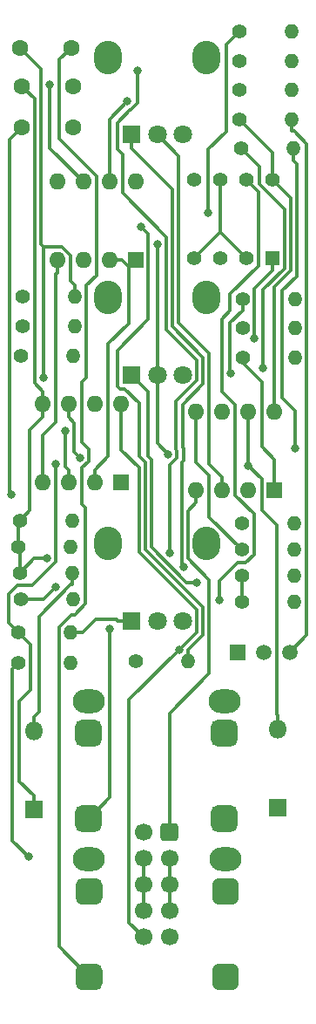
<source format=gbr>
G04 #@! TF.GenerationSoftware,KiCad,Pcbnew,(5.1.10-1-10_14)*
G04 #@! TF.CreationDate,2021-09-13T20:12:19+02:00*
G04 #@! TF.ProjectId,Ring_fold_main,52696e67-5f66-46f6-9c64-5f6d61696e2e,rev?*
G04 #@! TF.SameCoordinates,Original*
G04 #@! TF.FileFunction,Copper,L1,Top*
G04 #@! TF.FilePolarity,Positive*
%FSLAX46Y46*%
G04 Gerber Fmt 4.6, Leading zero omitted, Abs format (unit mm)*
G04 Created by KiCad (PCBNEW (5.1.10-1-10_14)) date 2021-09-13 20:12:19*
%MOMM*%
%LPD*%
G01*
G04 APERTURE LIST*
G04 #@! TA.AperFunction,ComponentPad*
%ADD10O,1.400000X1.400000*%
G04 #@! TD*
G04 #@! TA.AperFunction,ComponentPad*
%ADD11C,1.400000*%
G04 #@! TD*
G04 #@! TA.AperFunction,ComponentPad*
%ADD12O,1.800000X1.800000*%
G04 #@! TD*
G04 #@! TA.AperFunction,ComponentPad*
%ADD13R,1.800000X1.800000*%
G04 #@! TD*
G04 #@! TA.AperFunction,ComponentPad*
%ADD14R,1.500000X1.500000*%
G04 #@! TD*
G04 #@! TA.AperFunction,ComponentPad*
%ADD15C,1.500000*%
G04 #@! TD*
G04 #@! TA.AperFunction,ComponentPad*
%ADD16O,1.600000X1.600000*%
G04 #@! TD*
G04 #@! TA.AperFunction,ComponentPad*
%ADD17R,1.600000X1.600000*%
G04 #@! TD*
G04 #@! TA.AperFunction,ComponentPad*
%ADD18O,2.720000X3.240000*%
G04 #@! TD*
G04 #@! TA.AperFunction,ComponentPad*
%ADD19C,1.800000*%
G04 #@! TD*
G04 #@! TA.AperFunction,ComponentPad*
%ADD20O,3.100000X2.300000*%
G04 #@! TD*
G04 #@! TA.AperFunction,ComponentPad*
%ADD21C,1.700000*%
G04 #@! TD*
G04 #@! TA.AperFunction,ComponentPad*
%ADD22C,1.397000*%
G04 #@! TD*
G04 #@! TA.AperFunction,ComponentPad*
%ADD23R,1.397000X1.397000*%
G04 #@! TD*
G04 #@! TA.AperFunction,ComponentPad*
%ADD24C,1.600000*%
G04 #@! TD*
G04 #@! TA.AperFunction,ViaPad*
%ADD25C,0.800000*%
G04 #@! TD*
G04 #@! TA.AperFunction,Conductor*
%ADD26C,0.300000*%
G04 #@! TD*
G04 APERTURE END LIST*
D10*
X85725000Y-112141000D03*
D11*
X80645000Y-112141000D03*
D10*
X107188000Y-112422000D03*
D11*
X102108000Y-112422000D03*
D10*
X85471000Y-118300000D03*
D11*
X80391000Y-118300000D03*
D10*
X106934000Y-65547900D03*
D11*
X101854000Y-65547900D03*
D10*
X107124000Y-68389500D03*
D11*
X102044000Y-68389500D03*
D10*
X85471000Y-115380000D03*
D11*
X80391000Y-115380000D03*
D10*
X96901000Y-118174000D03*
D11*
X91821000Y-118174000D03*
D10*
X85598000Y-104494000D03*
D11*
X80518000Y-104494000D03*
D10*
X85598000Y-109592000D03*
D11*
X80518000Y-109592000D03*
D10*
X85852000Y-82804000D03*
D11*
X80772000Y-82804000D03*
D10*
X85725000Y-88519000D03*
D11*
X80645000Y-88519000D03*
D10*
X107252000Y-82994500D03*
D11*
X102172000Y-82994500D03*
D10*
X106934000Y-62706200D03*
D11*
X101854000Y-62706200D03*
D10*
X107188000Y-107324000D03*
D11*
X102108000Y-107324000D03*
D10*
X106934000Y-59864600D03*
D11*
X101854000Y-59864600D03*
D10*
X85407500Y-107043000D03*
D11*
X80327500Y-107043000D03*
D10*
X107188000Y-104775000D03*
D11*
X102108000Y-104775000D03*
D10*
X107252000Y-85852000D03*
D11*
X102172000Y-85852000D03*
D10*
X106934000Y-57023000D03*
D11*
X101854000Y-57023000D03*
D10*
X107188000Y-109873000D03*
D11*
X102108000Y-109873000D03*
D10*
X85852000Y-85661500D03*
D11*
X80772000Y-85661500D03*
D10*
X107252000Y-88709500D03*
D11*
X102172000Y-88709500D03*
D12*
X105600000Y-124778000D03*
D13*
X105600000Y-132398000D03*
D12*
X81851500Y-124968000D03*
D13*
X81851500Y-132588000D03*
D14*
X101664000Y-117284000D03*
D15*
X106744000Y-117284000D03*
X104204000Y-117284000D03*
D16*
X105283000Y-93916000D03*
X97663000Y-101536000D03*
X102743000Y-93916000D03*
X100203000Y-101536000D03*
X100203000Y-93916000D03*
X102743000Y-101536000D03*
X97663000Y-93916000D03*
D17*
X105283000Y-101536000D03*
D16*
X90360500Y-93218000D03*
X82740500Y-100838000D03*
X87820500Y-93218000D03*
X85280500Y-100838000D03*
X85280500Y-93218000D03*
X87820500Y-100838000D03*
X82740500Y-93218000D03*
D17*
X90360500Y-100838000D03*
D16*
X91757500Y-71628000D03*
X84137500Y-79248000D03*
X89217500Y-71628000D03*
X86677500Y-79248000D03*
X86677500Y-71628000D03*
X89217500Y-79248000D03*
X84137500Y-71628000D03*
D17*
X91757500Y-79248000D03*
D18*
X89076500Y-59556000D03*
X98676500Y-59556000D03*
D19*
X96376500Y-67056000D03*
X93876500Y-67056000D03*
D13*
X91376500Y-67056000D03*
D18*
X89076500Y-82860500D03*
X98676500Y-82860500D03*
D19*
X96376500Y-90360500D03*
X93876500Y-90360500D03*
D13*
X91376500Y-90360500D03*
D18*
X89076500Y-106736000D03*
X98676500Y-106736000D03*
D19*
X96376500Y-114236000D03*
X93876500Y-114236000D03*
D13*
X91376500Y-114236000D03*
G04 #@! TA.AperFunction,ComponentPad*
G36*
G01*
X101820000Y-148161000D02*
X101820000Y-149461000D01*
G75*
G02*
X101170000Y-150111000I-650000J0D01*
G01*
X99870000Y-150111000D01*
G75*
G02*
X99220000Y-149461000I0J650000D01*
G01*
X99220000Y-148161000D01*
G75*
G02*
X99870000Y-147511000I650000J0D01*
G01*
X101170000Y-147511000D01*
G75*
G02*
X101820000Y-148161000I0J-650000D01*
G01*
G37*
G04 #@! TD.AperFunction*
D20*
X100520000Y-137411000D03*
G04 #@! TA.AperFunction,ComponentPad*
G36*
G01*
X101820000Y-139861000D02*
X101820000Y-141161000D01*
G75*
G02*
X101170000Y-141811000I-650000J0D01*
G01*
X99870000Y-141811000D01*
G75*
G02*
X99220000Y-141161000I0J650000D01*
G01*
X99220000Y-139861000D01*
G75*
G02*
X99870000Y-139211000I650000J0D01*
G01*
X101170000Y-139211000D01*
G75*
G02*
X101820000Y-139861000I0J-650000D01*
G01*
G37*
G04 #@! TD.AperFunction*
G04 #@! TA.AperFunction,ComponentPad*
G36*
G01*
X101694000Y-132794000D02*
X101694000Y-134094000D01*
G75*
G02*
X101044000Y-134744000I-650000J0D01*
G01*
X99744000Y-134744000D01*
G75*
G02*
X99094000Y-134094000I0J650000D01*
G01*
X99094000Y-132794000D01*
G75*
G02*
X99744000Y-132144000I650000J0D01*
G01*
X101044000Y-132144000D01*
G75*
G02*
X101694000Y-132794000I0J-650000D01*
G01*
G37*
G04 #@! TD.AperFunction*
X100394000Y-122044000D03*
G04 #@! TA.AperFunction,ComponentPad*
G36*
G01*
X101694000Y-124494000D02*
X101694000Y-125794000D01*
G75*
G02*
X101044000Y-126444000I-650000J0D01*
G01*
X99744000Y-126444000D01*
G75*
G02*
X99094000Y-125794000I0J650000D01*
G01*
X99094000Y-124494000D01*
G75*
G02*
X99744000Y-123844000I650000J0D01*
G01*
X101044000Y-123844000D01*
G75*
G02*
X101694000Y-124494000I0J-650000D01*
G01*
G37*
G04 #@! TD.AperFunction*
D21*
X92519500Y-144907000D03*
X92519500Y-142367000D03*
X92519500Y-139827000D03*
X92519500Y-137287000D03*
X92519500Y-134747000D03*
X95059500Y-144907000D03*
X95059500Y-142367000D03*
X95059500Y-139827000D03*
X95059500Y-137287000D03*
G04 #@! TA.AperFunction,ComponentPad*
G36*
G01*
X95909500Y-134147000D02*
X95909500Y-135347000D01*
G75*
G02*
X95659500Y-135597000I-250000J0D01*
G01*
X94459500Y-135597000D01*
G75*
G02*
X94209500Y-135347000I0J250000D01*
G01*
X94209500Y-134147000D01*
G75*
G02*
X94459500Y-133897000I250000J0D01*
G01*
X95659500Y-133897000D01*
G75*
G02*
X95909500Y-134147000I0J-250000D01*
G01*
G37*
G04 #@! TD.AperFunction*
G04 #@! TA.AperFunction,ComponentPad*
G36*
G01*
X88549000Y-148161000D02*
X88549000Y-149461000D01*
G75*
G02*
X87899000Y-150111000I-650000J0D01*
G01*
X86599000Y-150111000D01*
G75*
G02*
X85949000Y-149461000I0J650000D01*
G01*
X85949000Y-148161000D01*
G75*
G02*
X86599000Y-147511000I650000J0D01*
G01*
X87899000Y-147511000D01*
G75*
G02*
X88549000Y-148161000I0J-650000D01*
G01*
G37*
G04 #@! TD.AperFunction*
D20*
X87249000Y-137411000D03*
G04 #@! TA.AperFunction,ComponentPad*
G36*
G01*
X88549000Y-139861000D02*
X88549000Y-141161000D01*
G75*
G02*
X87899000Y-141811000I-650000J0D01*
G01*
X86599000Y-141811000D01*
G75*
G02*
X85949000Y-141161000I0J650000D01*
G01*
X85949000Y-139861000D01*
G75*
G02*
X86599000Y-139211000I650000J0D01*
G01*
X87899000Y-139211000D01*
G75*
G02*
X88549000Y-139861000I0J-650000D01*
G01*
G37*
G04 #@! TD.AperFunction*
D22*
X105092000Y-71437500D03*
X102552000Y-71437500D03*
X100012000Y-71437500D03*
X97472000Y-71437500D03*
X97472000Y-79057500D03*
X100012000Y-79057500D03*
X102552000Y-79057500D03*
D23*
X105092000Y-79057500D03*
G04 #@! TA.AperFunction,ComponentPad*
G36*
G01*
X88485500Y-132794000D02*
X88485500Y-134094000D01*
G75*
G02*
X87835500Y-134744000I-650000J0D01*
G01*
X86535500Y-134744000D01*
G75*
G02*
X85885500Y-134094000I0J650000D01*
G01*
X85885500Y-132794000D01*
G75*
G02*
X86535500Y-132144000I650000J0D01*
G01*
X87835500Y-132144000D01*
G75*
G02*
X88485500Y-132794000I0J-650000D01*
G01*
G37*
G04 #@! TD.AperFunction*
D20*
X87185500Y-122044000D03*
G04 #@! TA.AperFunction,ComponentPad*
G36*
G01*
X88485500Y-124494000D02*
X88485500Y-125794000D01*
G75*
G02*
X87835500Y-126444000I-650000J0D01*
G01*
X86535500Y-126444000D01*
G75*
G02*
X85885500Y-125794000I0J650000D01*
G01*
X85885500Y-124494000D01*
G75*
G02*
X86535500Y-123844000I650000J0D01*
G01*
X87835500Y-123844000D01*
G75*
G02*
X88485500Y-124494000I0J-650000D01*
G01*
G37*
G04 #@! TD.AperFunction*
D24*
X85678500Y-66371500D03*
X80678500Y-66371500D03*
X85678500Y-62321500D03*
X80678500Y-62321500D03*
X85518000Y-58610500D03*
X80518000Y-58610500D03*
D25*
X82842900Y-90601200D03*
X83123100Y-108180700D03*
X92322200Y-76017600D03*
X79721400Y-101981400D03*
X89229100Y-115006700D03*
X95128900Y-107682500D03*
X91997400Y-60827000D03*
X104172600Y-89748900D03*
X84030000Y-99008900D03*
X102752900Y-99192100D03*
X96020900Y-117053600D03*
X99945500Y-112257800D03*
X103285000Y-86846600D03*
X81380800Y-137145700D03*
X107280100Y-97506500D03*
X97760700Y-110496400D03*
X94964200Y-98067400D03*
X98863100Y-74598900D03*
X93876500Y-77722200D03*
X83448300Y-62179600D03*
X86351200Y-98391700D03*
X90968100Y-63833400D03*
X101034400Y-90243400D03*
X84965400Y-95830400D03*
X84012100Y-110964600D03*
X96489900Y-109043500D03*
D26*
X87249000Y-148811000D02*
X84318500Y-145880500D01*
X84318500Y-145880500D02*
X84318500Y-114835000D01*
X84318500Y-114835000D02*
X85517900Y-113635600D01*
X85517900Y-113635600D02*
X85857300Y-113635600D01*
X85857300Y-113635600D02*
X86923900Y-112569000D01*
X86923900Y-112569000D02*
X86923900Y-103251700D01*
X86923900Y-103251700D02*
X86562700Y-102890500D01*
X86562700Y-102890500D02*
X86562700Y-99382700D01*
X86562700Y-99382700D02*
X87201500Y-98743900D01*
X87201500Y-98743900D02*
X87201500Y-97545600D01*
X87201500Y-97545600D02*
X86538300Y-96882400D01*
X86538300Y-96882400D02*
X86538300Y-91089100D01*
X86538300Y-91089100D02*
X87002400Y-90625000D01*
X87002400Y-90625000D02*
X87002400Y-81703200D01*
X87002400Y-81703200D02*
X87947500Y-80758100D01*
X87947500Y-80758100D02*
X87947500Y-71062900D01*
X87947500Y-71062900D02*
X84359100Y-67474500D01*
X84359100Y-67474500D02*
X84359100Y-59769400D01*
X84359100Y-59769400D02*
X85518000Y-58610500D01*
X82842900Y-77950600D02*
X82842900Y-90601200D01*
X82842900Y-77950600D02*
X84614400Y-77950600D01*
X84614400Y-77950600D02*
X85427100Y-78763300D01*
X85427100Y-78763300D02*
X85427100Y-81228800D01*
X85427100Y-81228800D02*
X85852000Y-81653700D01*
X80518000Y-58610500D02*
X82537500Y-60630000D01*
X82537500Y-60630000D02*
X82537500Y-77645200D01*
X82537500Y-77645200D02*
X82842900Y-77950600D01*
X85852000Y-82804000D02*
X85852000Y-81653700D01*
X82740500Y-93218000D02*
X82740500Y-91967700D01*
X80678500Y-62321500D02*
X81936900Y-63579900D01*
X81936900Y-63579900D02*
X81936900Y-91164100D01*
X81936900Y-91164100D02*
X82740500Y-91967700D01*
X83123100Y-108180700D02*
X81929300Y-108180700D01*
X81929300Y-108180700D02*
X80518000Y-109592000D01*
X82740500Y-93218000D02*
X82740500Y-94468300D01*
X82740500Y-94468300D02*
X81490200Y-95718600D01*
X81490200Y-95718600D02*
X81490200Y-103521800D01*
X81490200Y-103521800D02*
X80518000Y-104494000D01*
X100012000Y-76517500D02*
X97472000Y-79057500D01*
X100012000Y-71437500D02*
X100012000Y-76517500D01*
X100012000Y-76517500D02*
X102552000Y-79057500D01*
X80327500Y-107043000D02*
X80327500Y-104684500D01*
X80327500Y-104684500D02*
X80518000Y-104494000D01*
X80327500Y-107043000D02*
X80518000Y-107233500D01*
X80518000Y-107233500D02*
X80518000Y-109592000D01*
X92519500Y-139827000D02*
X92519500Y-142367000D01*
X92519500Y-137287000D02*
X92519500Y-139827000D01*
X95059500Y-139827000D02*
X95059500Y-142367000D01*
X95059500Y-137287000D02*
X95059500Y-139827000D01*
X96901000Y-117023700D02*
X98340200Y-115584500D01*
X98340200Y-115584500D02*
X98340200Y-112945300D01*
X98340200Y-112945300D02*
X92708600Y-107313700D01*
X92708600Y-107313700D02*
X92708600Y-98840200D01*
X92708600Y-98840200D02*
X92108300Y-98239900D01*
X92108300Y-98239900D02*
X92108300Y-93132300D01*
X92108300Y-93132300D02*
X90686900Y-91710900D01*
X90686900Y-91710900D02*
X90266900Y-91710900D01*
X90266900Y-91710900D02*
X90026100Y-91470100D01*
X90026100Y-91470100D02*
X90026100Y-87990200D01*
X90026100Y-87990200D02*
X93007900Y-85008400D01*
X93007900Y-85008400D02*
X93007900Y-76703300D01*
X93007900Y-76703300D02*
X92322200Y-76017600D01*
X96901000Y-118174000D02*
X96901000Y-117023700D01*
X80678500Y-66371500D02*
X79494600Y-67555400D01*
X79494600Y-67555400D02*
X79494600Y-101754600D01*
X79494600Y-101754600D02*
X79721400Y-101981400D01*
X95128900Y-107682500D02*
X95128900Y-99105200D01*
X95128900Y-99105200D02*
X95814500Y-98419600D01*
X95814500Y-98419600D02*
X95814500Y-97715200D01*
X95814500Y-97715200D02*
X95721200Y-97621900D01*
X95721200Y-97621900D02*
X95721200Y-92925500D01*
X95721200Y-92925500D02*
X97742000Y-90904700D01*
X97742000Y-90904700D02*
X97742000Y-88966700D01*
X97742000Y-88966700D02*
X94755000Y-85979700D01*
X94755000Y-85979700D02*
X94755000Y-76967500D01*
X94755000Y-76967500D02*
X90487500Y-72700000D01*
X90487500Y-72700000D02*
X90487500Y-68945800D01*
X90487500Y-68945800D02*
X90015500Y-68473800D01*
X90015500Y-68473800D02*
X90015500Y-65900400D01*
X90015500Y-65900400D02*
X91232200Y-64683700D01*
X91232200Y-64683700D02*
X91320300Y-64683700D01*
X91320300Y-64683700D02*
X91997400Y-64006600D01*
X91997400Y-64006600D02*
X91997400Y-60827000D01*
X89229100Y-115006700D02*
X89229100Y-131400400D01*
X89229100Y-131400400D02*
X87185500Y-133444000D01*
X81851500Y-124968000D02*
X81851500Y-123617700D01*
X85598000Y-109592000D02*
X85598000Y-110742300D01*
X85598000Y-110742300D02*
X85467000Y-110742300D01*
X85467000Y-110742300D02*
X82410900Y-113798400D01*
X82410900Y-113798400D02*
X82410900Y-123058300D01*
X82410900Y-123058300D02*
X81851500Y-123617700D01*
X80391000Y-115380000D02*
X79471600Y-114460600D01*
X79471600Y-114460600D02*
X79471600Y-111614400D01*
X79471600Y-111614400D02*
X80283000Y-110803000D01*
X80283000Y-110803000D02*
X81703300Y-110803000D01*
X81703300Y-110803000D02*
X84030000Y-108476300D01*
X84030000Y-108476300D02*
X84030000Y-99008900D01*
X102044000Y-68389500D02*
X103822000Y-70167500D01*
X103822000Y-70167500D02*
X103822000Y-71858400D01*
X103822000Y-71858400D02*
X106256800Y-74293200D01*
X106256800Y-74293200D02*
X106256800Y-80016500D01*
X106256800Y-80016500D02*
X104172600Y-82100700D01*
X104172600Y-82100700D02*
X104172600Y-89748900D01*
X80391000Y-115380000D02*
X81577500Y-116566500D01*
X81577500Y-116566500D02*
X81577500Y-120918100D01*
X81577500Y-120918100D02*
X80464400Y-122031200D01*
X80464400Y-122031200D02*
X80464400Y-129850600D01*
X80464400Y-129850600D02*
X81851500Y-131237700D01*
X81851500Y-132588000D02*
X81851500Y-131237700D01*
X105600000Y-124778000D02*
X105600000Y-123427700D01*
X105600000Y-123427700D02*
X105493300Y-123321000D01*
X105493300Y-123321000D02*
X105493300Y-104943400D01*
X105493300Y-104943400D02*
X104032600Y-103482700D01*
X104032600Y-103482700D02*
X104032600Y-100471800D01*
X104032600Y-100471800D02*
X102752900Y-99192100D01*
X102743000Y-93916000D02*
X102743000Y-95166300D01*
X102743000Y-95166300D02*
X102752900Y-95176200D01*
X102752900Y-95176200D02*
X102752900Y-99192100D01*
X90360500Y-93218000D02*
X90360500Y-97640900D01*
X90360500Y-97640900D02*
X92108300Y-99388700D01*
X92108300Y-99388700D02*
X92108300Y-107562300D01*
X92108300Y-107562300D02*
X97739900Y-113193900D01*
X97739900Y-113193900D02*
X97739900Y-115334600D01*
X97739900Y-115334600D02*
X96020900Y-117053600D01*
X96020900Y-117053600D02*
X91160200Y-121914300D01*
X91160200Y-121914300D02*
X91160200Y-143547700D01*
X91160200Y-143547700D02*
X92519500Y-144907000D01*
X105283000Y-93916000D02*
X105283000Y-81839200D01*
X105283000Y-81839200D02*
X106857100Y-80265100D01*
X106857100Y-80265100D02*
X106857100Y-73202600D01*
X106857100Y-73202600D02*
X105092000Y-71437500D01*
X105092000Y-71437500D02*
X105092000Y-68785900D01*
X105092000Y-68785900D02*
X101854000Y-65547900D01*
X102108000Y-109873000D02*
X102108000Y-112422000D01*
X99945500Y-112257800D02*
X99945500Y-110385900D01*
X99945500Y-110385900D02*
X101732900Y-108598500D01*
X101732900Y-108598500D02*
X102462500Y-108598500D01*
X102462500Y-108598500D02*
X103272800Y-107788200D01*
X103272800Y-107788200D02*
X103272800Y-103849700D01*
X103272800Y-103849700D02*
X101473000Y-102049900D01*
X101473000Y-102049900D02*
X101473000Y-93275800D01*
X101473000Y-93275800D02*
X100184100Y-91986900D01*
X100184100Y-91986900D02*
X100184100Y-84943800D01*
X100184100Y-84943800D02*
X100975100Y-84152800D01*
X100975100Y-84152800D02*
X100975100Y-82515900D01*
X100975100Y-82515900D02*
X103711800Y-79779200D01*
X103711800Y-79779200D02*
X103711800Y-72597300D01*
X103711800Y-72597300D02*
X102552000Y-71437500D01*
X95059500Y-134747000D02*
X95059500Y-123228000D01*
X95059500Y-123228000D02*
X98940500Y-119347000D01*
X98940500Y-119347000D02*
X98940500Y-110291600D01*
X98940500Y-110291600D02*
X96848600Y-108199700D01*
X96848600Y-108199700D02*
X96848600Y-103600700D01*
X96848600Y-103600700D02*
X97663000Y-102786300D01*
X84137500Y-80498300D02*
X84029600Y-80606200D01*
X84029600Y-80606200D02*
X84029600Y-94962400D01*
X84029600Y-94962400D02*
X82740500Y-96251500D01*
X82740500Y-96251500D02*
X82740500Y-99587700D01*
X97663000Y-101536000D02*
X97663000Y-102786300D01*
X82740500Y-100838000D02*
X82740500Y-99587700D01*
X84137500Y-79248000D02*
X84137500Y-80498300D01*
X105092000Y-79057500D02*
X105092000Y-80206300D01*
X103285000Y-86846600D02*
X103322400Y-86809200D01*
X103322400Y-86809200D02*
X103322400Y-81975900D01*
X103322400Y-81975900D02*
X105092000Y-80206300D01*
X80391000Y-118300000D02*
X79805600Y-118885400D01*
X79805600Y-118885400D02*
X79805600Y-135570500D01*
X79805600Y-135570500D02*
X81380800Y-137145700D01*
X106934000Y-65547900D02*
X106934000Y-66698200D01*
X106744000Y-117284000D02*
X108433600Y-115594400D01*
X108433600Y-115594400D02*
X108433600Y-67959500D01*
X108433600Y-67959500D02*
X107172300Y-66698200D01*
X107172300Y-66698200D02*
X106934000Y-66698200D01*
X107124000Y-69539800D02*
X107457400Y-69873200D01*
X107457400Y-69873200D02*
X107457400Y-80783800D01*
X107457400Y-80783800D02*
X106051500Y-82189700D01*
X106051500Y-82189700D02*
X106051500Y-92615500D01*
X106051500Y-92615500D02*
X107280100Y-93844100D01*
X107280100Y-93844100D02*
X107280100Y-97506500D01*
X107124000Y-68389500D02*
X107124000Y-69539800D01*
X102172000Y-88709500D02*
X102172000Y-89203200D01*
X102172000Y-89203200D02*
X104032700Y-91063900D01*
X104032700Y-91063900D02*
X104032700Y-97328800D01*
X104032700Y-97328800D02*
X105283000Y-98579100D01*
X105283000Y-98579100D02*
X105283000Y-101536000D01*
X97760700Y-110496400D02*
X96740200Y-110496400D01*
X96740200Y-110496400D02*
X93308900Y-107065100D01*
X93308900Y-107065100D02*
X93308900Y-98591500D01*
X93308900Y-98591500D02*
X92973000Y-98255600D01*
X92973000Y-98255600D02*
X92973000Y-91957000D01*
X92973000Y-91957000D02*
X91376500Y-90360500D01*
X93876500Y-90360500D02*
X93876500Y-96979700D01*
X93876500Y-96979700D02*
X94964200Y-98067400D01*
X101854000Y-57023000D02*
X100560300Y-58316700D01*
X100560300Y-58316700D02*
X100560300Y-66798700D01*
X100560300Y-66798700D02*
X98863100Y-68495900D01*
X98863100Y-68495900D02*
X98863100Y-74598900D01*
X93876500Y-77722200D02*
X93876500Y-90360500D01*
X86677500Y-71628000D02*
X83448300Y-68398800D01*
X83448300Y-68398800D02*
X83448300Y-62179600D01*
X85280500Y-94468300D02*
X85815700Y-95003500D01*
X85815700Y-95003500D02*
X85815700Y-97856200D01*
X85815700Y-97856200D02*
X86351200Y-98391700D01*
X85280500Y-93218000D02*
X85280500Y-94468300D01*
X89217500Y-71628000D02*
X89217500Y-65584000D01*
X89217500Y-65584000D02*
X90968100Y-63833400D01*
X97663000Y-93916000D02*
X97663000Y-98880900D01*
X97663000Y-98880900D02*
X98933000Y-100150900D01*
X98933000Y-100150900D02*
X98933000Y-104149000D01*
X98933000Y-104149000D02*
X102108000Y-107324000D01*
X85280500Y-100838000D02*
X85280500Y-99587700D01*
X101034400Y-90243400D02*
X100975200Y-90184200D01*
X100975200Y-90184200D02*
X100975200Y-85301900D01*
X100975200Y-85301900D02*
X102172000Y-84105100D01*
X102172000Y-84105100D02*
X102172000Y-82994500D01*
X85280500Y-99587700D02*
X84965400Y-99272600D01*
X84965400Y-99272600D02*
X84965400Y-95830400D01*
X85471000Y-115380000D02*
X86621300Y-115380000D01*
X91376500Y-114236000D02*
X90026200Y-114236000D01*
X90026200Y-114236000D02*
X89902500Y-114112300D01*
X89902500Y-114112300D02*
X87889000Y-114112300D01*
X87889000Y-114112300D02*
X86621300Y-115380000D01*
X84012100Y-110964600D02*
X82835700Y-112141000D01*
X82835700Y-112141000D02*
X80645000Y-112141000D01*
X91112700Y-79892800D02*
X90467800Y-79248000D01*
X87820500Y-99587700D02*
X89110100Y-98298100D01*
X89110100Y-98298100D02*
X89110100Y-87359300D01*
X89110100Y-87359300D02*
X91112700Y-85356700D01*
X91112700Y-85356700D02*
X91112700Y-79892900D01*
X91112700Y-79892900D02*
X91112700Y-79892800D01*
X91757500Y-79248000D02*
X91112700Y-79892800D01*
X89217500Y-79248000D02*
X90467800Y-79248000D01*
X87820500Y-100838000D02*
X87820500Y-99587700D01*
X93876500Y-67056000D02*
X95955600Y-69135100D01*
X95955600Y-69135100D02*
X95955600Y-85278600D01*
X95955600Y-85278600D02*
X98942600Y-88265600D01*
X98942600Y-88265600D02*
X98942600Y-99025300D01*
X98942600Y-99025300D02*
X100203000Y-100285700D01*
X100203000Y-101536000D02*
X100203000Y-100285700D01*
X96489900Y-109043500D02*
X96248100Y-108801700D01*
X96248100Y-108801700D02*
X96248100Y-98834900D01*
X96248100Y-98834900D02*
X96414800Y-98668200D01*
X96414800Y-98668200D02*
X96414800Y-97466600D01*
X96414800Y-97466600D02*
X96331400Y-97383200D01*
X96331400Y-97383200D02*
X96331400Y-93259900D01*
X96331400Y-93259900D02*
X98342300Y-91249000D01*
X98342300Y-91249000D02*
X98342300Y-88666700D01*
X98342300Y-88666700D02*
X95355300Y-85679700D01*
X95355300Y-85679700D02*
X95355300Y-72385100D01*
X95355300Y-72385100D02*
X91376500Y-68406300D01*
X91376500Y-67056000D02*
X91376500Y-68406300D01*
M02*

</source>
